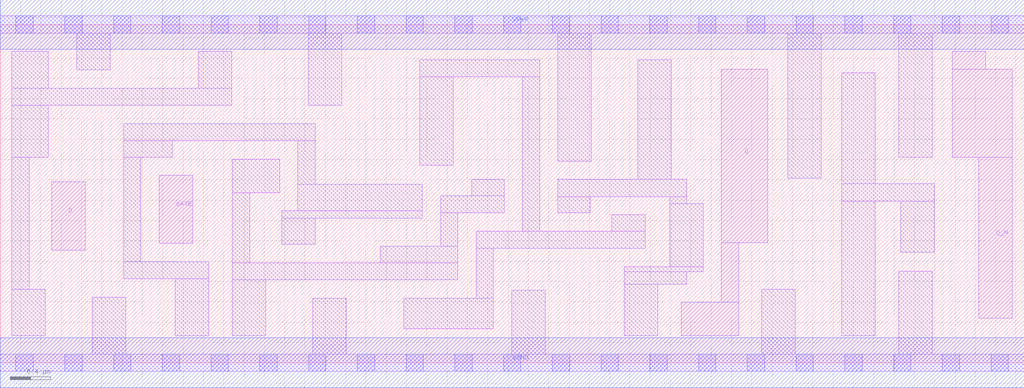
<source format=lef>
# Copyright 2020 The SkyWater PDK Authors
#
# Licensed under the Apache License, Version 2.0 (the "License");
# you may not use this file except in compliance with the License.
# You may obtain a copy of the License at
#
#     https://www.apache.org/licenses/LICENSE-2.0
#
# Unless required by applicable law or agreed to in writing, software
# distributed under the License is distributed on an "AS IS" BASIS,
# WITHOUT WARRANTIES OR CONDITIONS OF ANY KIND, either express or implied.
# See the License for the specific language governing permissions and
# limitations under the License.
#
# SPDX-License-Identifier: Apache-2.0

VERSION 5.7 ;
  NAMESCASESENSITIVE ON ;
  NOWIREEXTENSIONATPIN ON ;
  DIVIDERCHAR "/" ;
  BUSBITCHARS "[]" ;
UNITS
  DATABASE MICRONS 200 ;
END UNITS
MACRO sky130_fd_sc_lp__dlxbp_lp2
  CLASS CORE ;
  SOURCE USER ;
  FOREIGN sky130_fd_sc_lp__dlxbp_lp2 ;
  ORIGIN  0.000000  0.000000 ;
  SIZE  10.08000 BY  3.330000 ;
  SYMMETRY X Y R90 ;
  SITE unit ;
  PIN D
    ANTENNAGATEAREA  0.376000 ;
    DIRECTION INPUT ;
    USE SIGNAL ;
    PORT
      LAYER li1 ;
        RECT 0.505000 1.110000 0.835000 1.780000 ;
    END
  END D
  PIN Q
    ANTENNADIFFAREA  0.404700 ;
    DIRECTION OUTPUT ;
    USE SIGNAL ;
    PORT
      LAYER li1 ;
        RECT 6.705000 0.265000 7.270000 0.595000 ;
        RECT 7.100000 0.595000 7.270000 1.180000 ;
        RECT 7.100000 1.180000 7.555000 2.890000 ;
    END
  END Q
  PIN Q_N
    ANTENNADIFFAREA  0.404700 ;
    DIRECTION OUTPUT ;
    USE SIGNAL ;
    PORT
      LAYER li1 ;
        RECT 9.375000 2.025000 9.965000 2.890000 ;
        RECT 9.375000 2.890000 9.705000 3.065000 ;
        RECT 9.635000 0.440000 9.965000 2.025000 ;
    END
  END Q_N
  PIN GATE
    ANTENNAGATEAREA  0.376000 ;
    DIRECTION INPUT ;
    USE CLOCK ;
    PORT
      LAYER li1 ;
        RECT 1.565000 1.175000 1.895000 1.845000 ;
    END
  END GATE
  PIN VGND
    DIRECTION INOUT ;
    USE GROUND ;
    PORT
      LAYER met1 ;
        RECT 0.000000 -0.245000 10.080000 0.245000 ;
    END
  END VGND
  PIN VPWR
    DIRECTION INOUT ;
    USE POWER ;
    PORT
      LAYER met1 ;
        RECT 0.000000 3.085000 10.080000 3.575000 ;
    END
  END VPWR
  OBS
    LAYER li1 ;
      RECT 0.000000 -0.085000 10.080000 0.085000 ;
      RECT 0.000000  3.245000 10.080000 3.415000 ;
      RECT 0.115000  0.265000  0.445000 0.725000 ;
      RECT 0.115000  0.725000  0.285000 2.025000 ;
      RECT 0.115000  2.025000  0.475000 2.535000 ;
      RECT 0.115000  2.535000  2.280000 2.705000 ;
      RECT 0.115000  2.705000  0.475000 3.065000 ;
      RECT 0.755000  2.885000  1.085000 3.245000 ;
      RECT 0.905000  0.085000  1.235000 0.645000 ;
      RECT 1.215000  0.825000  2.055000 0.995000 ;
      RECT 1.215000  0.995000  1.385000 2.025000 ;
      RECT 1.215000  2.025000  1.695000 2.185000 ;
      RECT 1.215000  2.185000  3.100000 2.355000 ;
      RECT 1.725000  0.265000  2.055000 0.825000 ;
      RECT 1.950000  2.705000  2.280000 3.065000 ;
      RECT 2.285000  0.265000  2.615000 0.815000 ;
      RECT 2.285000  0.815000  4.505000 0.985000 ;
      RECT 2.285000  0.985000  2.455000 1.675000 ;
      RECT 2.285000  1.675000  2.750000 2.005000 ;
      RECT 2.770000  1.165000  3.100000 1.425000 ;
      RECT 2.770000  1.425000  4.155000 1.495000 ;
      RECT 2.930000  1.495000  4.155000 1.755000 ;
      RECT 2.930000  1.755000  3.100000 2.185000 ;
      RECT 3.030000  2.535000  3.360000 3.245000 ;
      RECT 3.075000  0.085000  3.405000 0.635000 ;
      RECT 3.740000  0.985000  4.505000 1.145000 ;
      RECT 3.975000  0.335000  4.855000 0.635000 ;
      RECT 4.130000  1.945000  4.460000 2.815000 ;
      RECT 4.130000  2.815000  5.310000 2.985000 ;
      RECT 4.335000  1.145000  4.505000 1.475000 ;
      RECT 4.335000  1.475000  4.960000 1.645000 ;
      RECT 4.640000  1.645000  4.960000 1.805000 ;
      RECT 4.685000  0.635000  4.855000 1.125000 ;
      RECT 4.685000  1.125000  6.350000 1.295000 ;
      RECT 5.035000  0.085000  5.365000 0.715000 ;
      RECT 5.140000  1.295000  5.310000 2.815000 ;
      RECT 5.490000  1.475000  5.810000 1.635000 ;
      RECT 5.490000  1.635000  6.760000 1.805000 ;
      RECT 5.490000  1.985000  5.820000 3.245000 ;
      RECT 6.020000  1.295000  6.350000 1.455000 ;
      RECT 6.145000  0.265000  6.475000 0.775000 ;
      RECT 6.145000  0.775000  6.760000 0.895000 ;
      RECT 6.145000  0.895000  6.920000 0.945000 ;
      RECT 6.275000  1.805000  6.605000 2.985000 ;
      RECT 6.590000  0.945000  6.920000 1.565000 ;
      RECT 6.590000  1.565000  6.760000 1.635000 ;
      RECT 7.495000  0.085000  7.825000 0.725000 ;
      RECT 7.755000  1.815000  8.085000 3.245000 ;
      RECT 8.285000  0.265000  8.615000 1.590000 ;
      RECT 8.285000  1.590000  9.195000 1.760000 ;
      RECT 8.285000  1.760000  8.615000 2.855000 ;
      RECT 8.845000  0.085000  9.175000 0.900000 ;
      RECT 8.845000  2.025000  9.175000 3.245000 ;
      RECT 8.865000  1.090000  9.195000 1.590000 ;
    LAYER mcon ;
      RECT 0.155000 -0.085000 0.325000 0.085000 ;
      RECT 0.155000  3.245000 0.325000 3.415000 ;
      RECT 0.635000 -0.085000 0.805000 0.085000 ;
      RECT 0.635000  3.245000 0.805000 3.415000 ;
      RECT 1.115000 -0.085000 1.285000 0.085000 ;
      RECT 1.115000  3.245000 1.285000 3.415000 ;
      RECT 1.595000 -0.085000 1.765000 0.085000 ;
      RECT 1.595000  3.245000 1.765000 3.415000 ;
      RECT 2.075000 -0.085000 2.245000 0.085000 ;
      RECT 2.075000  3.245000 2.245000 3.415000 ;
      RECT 2.555000 -0.085000 2.725000 0.085000 ;
      RECT 2.555000  3.245000 2.725000 3.415000 ;
      RECT 3.035000 -0.085000 3.205000 0.085000 ;
      RECT 3.035000  3.245000 3.205000 3.415000 ;
      RECT 3.515000 -0.085000 3.685000 0.085000 ;
      RECT 3.515000  3.245000 3.685000 3.415000 ;
      RECT 3.995000 -0.085000 4.165000 0.085000 ;
      RECT 3.995000  3.245000 4.165000 3.415000 ;
      RECT 4.475000 -0.085000 4.645000 0.085000 ;
      RECT 4.475000  3.245000 4.645000 3.415000 ;
      RECT 4.955000 -0.085000 5.125000 0.085000 ;
      RECT 4.955000  3.245000 5.125000 3.415000 ;
      RECT 5.435000 -0.085000 5.605000 0.085000 ;
      RECT 5.435000  3.245000 5.605000 3.415000 ;
      RECT 5.915000 -0.085000 6.085000 0.085000 ;
      RECT 5.915000  3.245000 6.085000 3.415000 ;
      RECT 6.395000 -0.085000 6.565000 0.085000 ;
      RECT 6.395000  3.245000 6.565000 3.415000 ;
      RECT 6.875000 -0.085000 7.045000 0.085000 ;
      RECT 6.875000  3.245000 7.045000 3.415000 ;
      RECT 7.355000 -0.085000 7.525000 0.085000 ;
      RECT 7.355000  3.245000 7.525000 3.415000 ;
      RECT 7.835000 -0.085000 8.005000 0.085000 ;
      RECT 7.835000  3.245000 8.005000 3.415000 ;
      RECT 8.315000 -0.085000 8.485000 0.085000 ;
      RECT 8.315000  3.245000 8.485000 3.415000 ;
      RECT 8.795000 -0.085000 8.965000 0.085000 ;
      RECT 8.795000  3.245000 8.965000 3.415000 ;
      RECT 9.275000 -0.085000 9.445000 0.085000 ;
      RECT 9.275000  3.245000 9.445000 3.415000 ;
      RECT 9.755000 -0.085000 9.925000 0.085000 ;
      RECT 9.755000  3.245000 9.925000 3.415000 ;
  END
END sky130_fd_sc_lp__dlxbp_lp2
END LIBRARY

</source>
